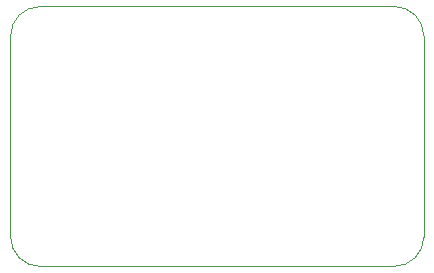
<source format=gm1>
G04*
G04 #@! TF.GenerationSoftware,Altium Limited,Altium Designer,20.1.8 (145)*
G04*
G04 Layer_Color=16711935*
%FSAX44Y44*%
%MOMM*%
G71*
G04*
G04 #@! TF.SameCoordinates,513F2EBE-DBB5-41E4-B840-0BD9831D4F27*
G04*
G04*
G04 #@! TF.FilePolarity,Positive*
G04*
G01*
G75*
%ADD65C,0.0254*%
D65*
X00325000Y00000000D02*
G03*
X00350000Y00025000I00000000J00025000D01*
G01*
Y00195000D02*
G03*
X00325000Y00220000I-00025000J00000000D01*
G01*
X00025000D02*
G03*
X00000000Y00195000I00000000J-00025000D01*
G01*
Y00025000D02*
G03*
X00025000Y00000000I00025000J00000000D01*
G01*
X00000000Y00025000D02*
Y00195000D01*
X00025000Y00220000D02*
X00325036Y00220000D01*
X00350000Y00025000D02*
Y00195000D01*
X00025000Y00000000D02*
X00325000D01*
M02*

</source>
